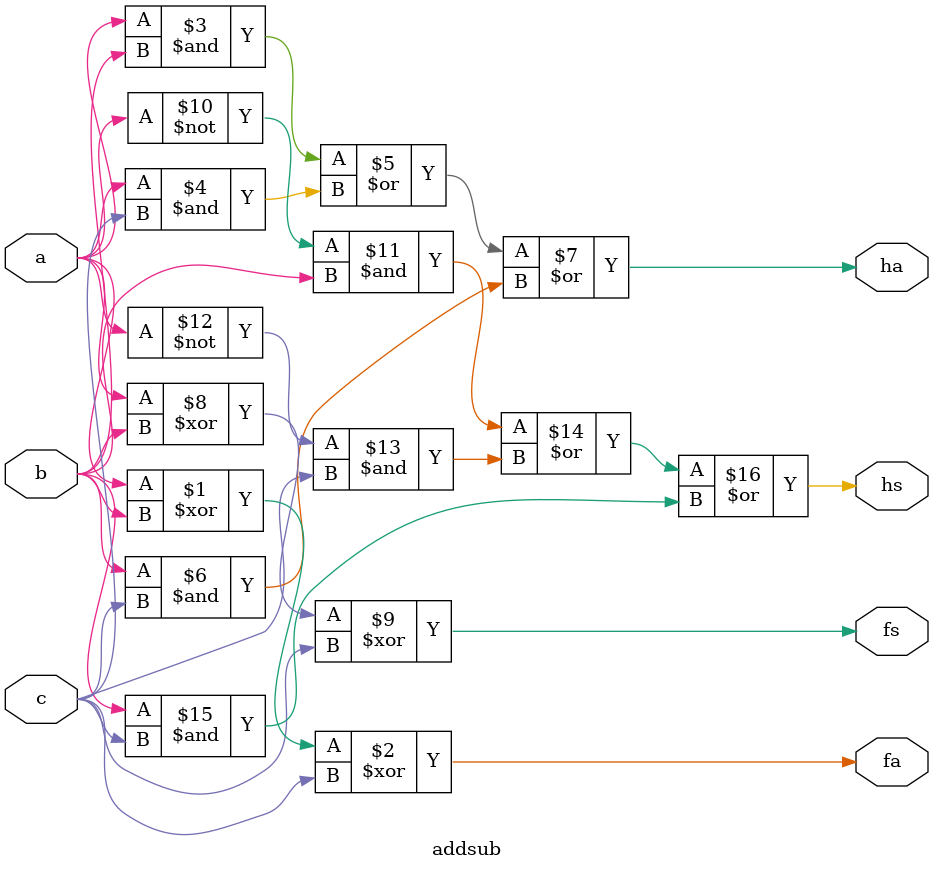
<source format=v>
module addsub(
input a,b,c,
output fa,ha,fs,hs);

assign fa=(a^b)^c;
assign ha=(a & b)|(a & c)|(b & c);
assign fs=(a^b)^c;
assign hs=(~(a) & b)|(~(a) & c)|(b & c);

endmodule

</source>
